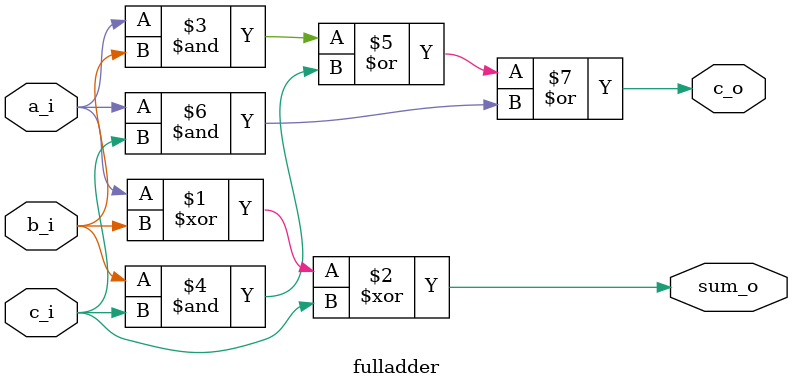
<source format=v>
module fulladder (
	a_i,
	b_i,
	c_i,
	sum_o,
	c_o
);
	input wire a_i;
	input wire b_i;
	input wire c_i;
	output wire sum_o;
	output wire c_o;
	assign sum_o = (a_i ^ b_i) ^ c_i;
	assign c_o = ((a_i & b_i) | (b_i & c_i)) | (a_i & c_i);
endmodule
</source>
